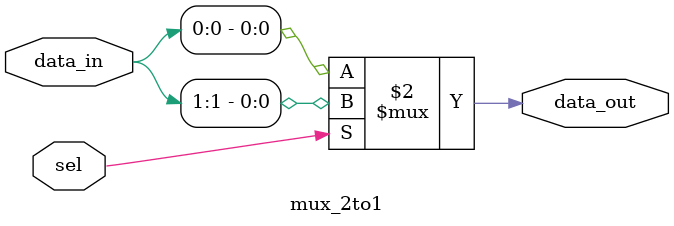
<source format=v>
module mux_2to1 (
    input [1:0] data_in,
    input sel,
    output data_out
);

    assign data_out = (sel == 1'b0) ? data_in[0] : data_in[1];

endmodule
</source>
